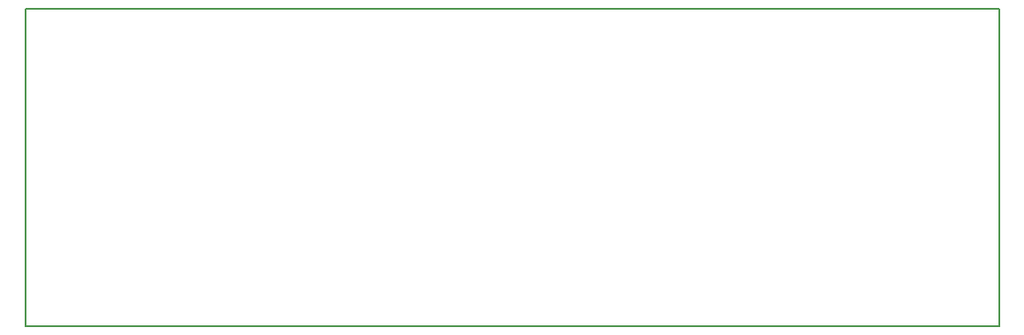
<source format=gbr>
%FSLAX34Y34*%
%MOMM*%
%LNOUTLINE*%
G71*
G01*
%ADD10C, 0.150*%
%LPD*%
G54D10*
X940000Y-5000D02*
X5000Y-5000D01*
X5000Y-310000D01*
X940000Y-310000D01*
X940000Y-5000D01*
M02*

</source>
